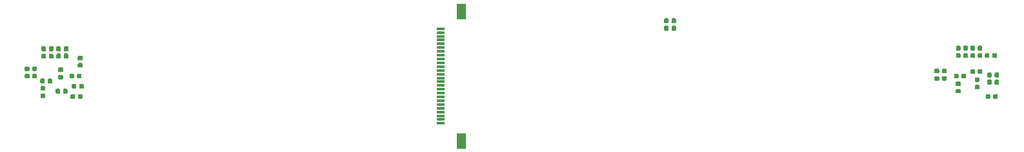
<source format=gbr>
G04 #@! TF.GenerationSoftware,KiCad,Pcbnew,5.99.0-unknown-3cd1208~100~ubuntu18.04.1*
G04 #@! TF.CreationDate,2019-09-26T13:34:42+08:00*
G04 #@! TF.ProjectId,external_camera,65787465-726e-4616-9c5f-63616d657261,rev?*
G04 #@! TF.SameCoordinates,Original*
G04 #@! TF.FileFunction,Paste,Bot*
G04 #@! TF.FilePolarity,Positive*
%FSLAX46Y46*%
G04 Gerber Fmt 4.6, Leading zero omitted, Abs format (unit mm)*
G04 Created by KiCad (PCBNEW 5.99.0-unknown-3cd1208~100~ubuntu18.04.1) date 2019-09-26 13:34:42*
%MOMM*%
%LPD*%
G04 APERTURE LIST*
%ADD10C,0.100000*%
%ADD11C,0.590000*%
%ADD12R,1.300000X2.000000*%
%ADD13R,1.000000X0.300000*%
G04 APERTURE END LIST*
D10*
G36*
X124818946Y-83386228D02*
G01*
X124866798Y-83418202D01*
X124898772Y-83466054D01*
X124910000Y-83522500D01*
X124910000Y-83867500D01*
X124898772Y-83923946D01*
X124866798Y-83971798D01*
X124818946Y-84003772D01*
X124762500Y-84015000D01*
X124467500Y-84015000D01*
X124411054Y-84003772D01*
X124363202Y-83971798D01*
X124331228Y-83923946D01*
X124320000Y-83867500D01*
X124320000Y-83522500D01*
X124331228Y-83466054D01*
X124363202Y-83418202D01*
X124411054Y-83386228D01*
X124467500Y-83375000D01*
X124762500Y-83375000D01*
X124818946Y-83386228D01*
X124818946Y-83386228D01*
G37*
D11*
X124615000Y-83695000D03*
D10*
G36*
X125788946Y-83386228D02*
G01*
X125836798Y-83418202D01*
X125868772Y-83466054D01*
X125880000Y-83522500D01*
X125880000Y-83867500D01*
X125868772Y-83923946D01*
X125836798Y-83971798D01*
X125788946Y-84003772D01*
X125732500Y-84015000D01*
X125437500Y-84015000D01*
X125381054Y-84003772D01*
X125333202Y-83971798D01*
X125301228Y-83923946D01*
X125290000Y-83867500D01*
X125290000Y-83522500D01*
X125301228Y-83466054D01*
X125333202Y-83418202D01*
X125381054Y-83386228D01*
X125437500Y-83375000D01*
X125732500Y-83375000D01*
X125788946Y-83386228D01*
X125788946Y-83386228D01*
G37*
D11*
X125585000Y-83695000D03*
D10*
G36*
X124818946Y-82386228D02*
G01*
X124866798Y-82418202D01*
X124898772Y-82466054D01*
X124910000Y-82522500D01*
X124910000Y-82867500D01*
X124898772Y-82923946D01*
X124866798Y-82971798D01*
X124818946Y-83003772D01*
X124762500Y-83015000D01*
X124467500Y-83015000D01*
X124411054Y-83003772D01*
X124363202Y-82971798D01*
X124331228Y-82923946D01*
X124320000Y-82867500D01*
X124320000Y-82522500D01*
X124331228Y-82466054D01*
X124363202Y-82418202D01*
X124411054Y-82386228D01*
X124467500Y-82375000D01*
X124762500Y-82375000D01*
X124818946Y-82386228D01*
X124818946Y-82386228D01*
G37*
D11*
X124615000Y-82695000D03*
D10*
G36*
X125788946Y-82386228D02*
G01*
X125836798Y-82418202D01*
X125868772Y-82466054D01*
X125880000Y-82522500D01*
X125880000Y-82867500D01*
X125868772Y-82923946D01*
X125836798Y-82971798D01*
X125788946Y-83003772D01*
X125732500Y-83015000D01*
X125437500Y-83015000D01*
X125381054Y-83003772D01*
X125333202Y-82971798D01*
X125301228Y-82923946D01*
X125290000Y-82867500D01*
X125290000Y-82522500D01*
X125301228Y-82466054D01*
X125333202Y-82418202D01*
X125381054Y-82386228D01*
X125437500Y-82375000D01*
X125732500Y-82375000D01*
X125788946Y-82386228D01*
X125788946Y-82386228D01*
G37*
D11*
X125585000Y-82695000D03*
D10*
G36*
X165628946Y-90181228D02*
G01*
X165676798Y-90213202D01*
X165708772Y-90261054D01*
X165720000Y-90317500D01*
X165720000Y-90612500D01*
X165708772Y-90668946D01*
X165676798Y-90716798D01*
X165628946Y-90748772D01*
X165572500Y-90760000D01*
X165227500Y-90760000D01*
X165171054Y-90748772D01*
X165123202Y-90716798D01*
X165091228Y-90668946D01*
X165080000Y-90612500D01*
X165080000Y-90317500D01*
X165091228Y-90261054D01*
X165123202Y-90213202D01*
X165171054Y-90181228D01*
X165227500Y-90170000D01*
X165572500Y-90170000D01*
X165628946Y-90181228D01*
X165628946Y-90181228D01*
G37*
D11*
X165400000Y-90465000D03*
D10*
G36*
X165628946Y-91151228D02*
G01*
X165676798Y-91183202D01*
X165708772Y-91231054D01*
X165720000Y-91287500D01*
X165720000Y-91582500D01*
X165708772Y-91638946D01*
X165676798Y-91686798D01*
X165628946Y-91718772D01*
X165572500Y-91730000D01*
X165227500Y-91730000D01*
X165171054Y-91718772D01*
X165123202Y-91686798D01*
X165091228Y-91638946D01*
X165080000Y-91582500D01*
X165080000Y-91287500D01*
X165091228Y-91231054D01*
X165123202Y-91183202D01*
X165171054Y-91151228D01*
X165227500Y-91140000D01*
X165572500Y-91140000D01*
X165628946Y-91151228D01*
X165628946Y-91151228D01*
G37*
D11*
X165400000Y-91435000D03*
D10*
G36*
X165988946Y-86991228D02*
G01*
X166036798Y-87023202D01*
X166068772Y-87071054D01*
X166080000Y-87127500D01*
X166080000Y-87472500D01*
X166068772Y-87528946D01*
X166036798Y-87576798D01*
X165988946Y-87608772D01*
X165932500Y-87620000D01*
X165637500Y-87620000D01*
X165581054Y-87608772D01*
X165533202Y-87576798D01*
X165501228Y-87528946D01*
X165490000Y-87472500D01*
X165490000Y-87127500D01*
X165501228Y-87071054D01*
X165533202Y-87023202D01*
X165581054Y-86991228D01*
X165637500Y-86980000D01*
X165932500Y-86980000D01*
X165988946Y-86991228D01*
X165988946Y-86991228D01*
G37*
D11*
X165785000Y-87300000D03*
D10*
G36*
X165018946Y-86991228D02*
G01*
X165066798Y-87023202D01*
X165098772Y-87071054D01*
X165110000Y-87127500D01*
X165110000Y-87472500D01*
X165098772Y-87528946D01*
X165066798Y-87576798D01*
X165018946Y-87608772D01*
X164962500Y-87620000D01*
X164667500Y-87620000D01*
X164611054Y-87608772D01*
X164563202Y-87576798D01*
X164531228Y-87528946D01*
X164520000Y-87472500D01*
X164520000Y-87127500D01*
X164531228Y-87071054D01*
X164563202Y-87023202D01*
X164611054Y-86991228D01*
X164667500Y-86980000D01*
X164962500Y-86980000D01*
X165018946Y-86991228D01*
X165018946Y-86991228D01*
G37*
D11*
X164815000Y-87300000D03*
D10*
G36*
X165018946Y-89091228D02*
G01*
X165066798Y-89123202D01*
X165098772Y-89171054D01*
X165110000Y-89227500D01*
X165110000Y-89572500D01*
X165098772Y-89628946D01*
X165066798Y-89676798D01*
X165018946Y-89708772D01*
X164962500Y-89720000D01*
X164667500Y-89720000D01*
X164611054Y-89708772D01*
X164563202Y-89676798D01*
X164531228Y-89628946D01*
X164520000Y-89572500D01*
X164520000Y-89227500D01*
X164531228Y-89171054D01*
X164563202Y-89123202D01*
X164611054Y-89091228D01*
X164667500Y-89080000D01*
X164962500Y-89080000D01*
X165018946Y-89091228D01*
X165018946Y-89091228D01*
G37*
D11*
X164815000Y-89400000D03*
D10*
G36*
X165988946Y-89091228D02*
G01*
X166036798Y-89123202D01*
X166068772Y-89171054D01*
X166080000Y-89227500D01*
X166080000Y-89572500D01*
X166068772Y-89628946D01*
X166036798Y-89676798D01*
X165988946Y-89708772D01*
X165932500Y-89720000D01*
X165637500Y-89720000D01*
X165581054Y-89708772D01*
X165533202Y-89676798D01*
X165501228Y-89628946D01*
X165490000Y-89572500D01*
X165490000Y-89227500D01*
X165501228Y-89171054D01*
X165533202Y-89123202D01*
X165581054Y-89091228D01*
X165637500Y-89080000D01*
X165932500Y-89080000D01*
X165988946Y-89091228D01*
X165988946Y-89091228D01*
G37*
D11*
X165785000Y-89400000D03*
D10*
G36*
X165988946Y-85991228D02*
G01*
X166036798Y-86023202D01*
X166068772Y-86071054D01*
X166080000Y-86127500D01*
X166080000Y-86472500D01*
X166068772Y-86528946D01*
X166036798Y-86576798D01*
X165988946Y-86608772D01*
X165932500Y-86620000D01*
X165637500Y-86620000D01*
X165581054Y-86608772D01*
X165533202Y-86576798D01*
X165501228Y-86528946D01*
X165490000Y-86472500D01*
X165490000Y-86127500D01*
X165501228Y-86071054D01*
X165533202Y-86023202D01*
X165581054Y-85991228D01*
X165637500Y-85980000D01*
X165932500Y-85980000D01*
X165988946Y-85991228D01*
X165988946Y-85991228D01*
G37*
D11*
X165785000Y-86300000D03*
D10*
G36*
X165018946Y-85991228D02*
G01*
X165066798Y-86023202D01*
X165098772Y-86071054D01*
X165110000Y-86127500D01*
X165110000Y-86472500D01*
X165098772Y-86528946D01*
X165066798Y-86576798D01*
X165018946Y-86608772D01*
X164962500Y-86620000D01*
X164667500Y-86620000D01*
X164611054Y-86608772D01*
X164563202Y-86576798D01*
X164531228Y-86528946D01*
X164520000Y-86472500D01*
X164520000Y-86127500D01*
X164531228Y-86071054D01*
X164563202Y-86023202D01*
X164611054Y-85991228D01*
X164667500Y-85980000D01*
X164962500Y-85980000D01*
X165018946Y-85991228D01*
X165018946Y-85991228D01*
G37*
D11*
X164815000Y-86300000D03*
D10*
G36*
X167988946Y-92391228D02*
G01*
X168036798Y-92423202D01*
X168068772Y-92471054D01*
X168080000Y-92527500D01*
X168080000Y-92872500D01*
X168068772Y-92928946D01*
X168036798Y-92976798D01*
X167988946Y-93008772D01*
X167932500Y-93020000D01*
X167637500Y-93020000D01*
X167581054Y-93008772D01*
X167533202Y-92976798D01*
X167501228Y-92928946D01*
X167490000Y-92872500D01*
X167490000Y-92527500D01*
X167501228Y-92471054D01*
X167533202Y-92423202D01*
X167581054Y-92391228D01*
X167637500Y-92380000D01*
X167932500Y-92380000D01*
X167988946Y-92391228D01*
X167988946Y-92391228D01*
G37*
D11*
X167785000Y-92700000D03*
D10*
G36*
X167018946Y-92391228D02*
G01*
X167066798Y-92423202D01*
X167098772Y-92471054D01*
X167110000Y-92527500D01*
X167110000Y-92872500D01*
X167098772Y-92928946D01*
X167066798Y-92976798D01*
X167018946Y-93008772D01*
X166962500Y-93020000D01*
X166667500Y-93020000D01*
X166611054Y-93008772D01*
X166563202Y-92976798D01*
X166531228Y-92928946D01*
X166520000Y-92872500D01*
X166520000Y-92527500D01*
X166531228Y-92471054D01*
X166563202Y-92423202D01*
X166611054Y-92391228D01*
X166667500Y-92380000D01*
X166962500Y-92380000D01*
X167018946Y-92391228D01*
X167018946Y-92391228D01*
G37*
D11*
X166815000Y-92700000D03*
D10*
G36*
X163128946Y-91701228D02*
G01*
X163176798Y-91733202D01*
X163208772Y-91781054D01*
X163220000Y-91837500D01*
X163220000Y-92132500D01*
X163208772Y-92188946D01*
X163176798Y-92236798D01*
X163128946Y-92268772D01*
X163072500Y-92280000D01*
X162727500Y-92280000D01*
X162671054Y-92268772D01*
X162623202Y-92236798D01*
X162591228Y-92188946D01*
X162580000Y-92132500D01*
X162580000Y-91837500D01*
X162591228Y-91781054D01*
X162623202Y-91733202D01*
X162671054Y-91701228D01*
X162727500Y-91690000D01*
X163072500Y-91690000D01*
X163128946Y-91701228D01*
X163128946Y-91701228D01*
G37*
D11*
X162900000Y-91985000D03*
D10*
G36*
X163128946Y-90731228D02*
G01*
X163176798Y-90763202D01*
X163208772Y-90811054D01*
X163220000Y-90867500D01*
X163220000Y-91162500D01*
X163208772Y-91218946D01*
X163176798Y-91266798D01*
X163128946Y-91298772D01*
X163072500Y-91310000D01*
X162727500Y-91310000D01*
X162671054Y-91298772D01*
X162623202Y-91266798D01*
X162591228Y-91218946D01*
X162580000Y-91162500D01*
X162580000Y-90867500D01*
X162591228Y-90811054D01*
X162623202Y-90763202D01*
X162671054Y-90731228D01*
X162727500Y-90720000D01*
X163072500Y-90720000D01*
X163128946Y-90731228D01*
X163128946Y-90731228D01*
G37*
D11*
X162900000Y-91015000D03*
D10*
G36*
X166918946Y-86991228D02*
G01*
X166966798Y-87023202D01*
X166998772Y-87071054D01*
X167010000Y-87127500D01*
X167010000Y-87472500D01*
X166998772Y-87528946D01*
X166966798Y-87576798D01*
X166918946Y-87608772D01*
X166862500Y-87620000D01*
X166567500Y-87620000D01*
X166511054Y-87608772D01*
X166463202Y-87576798D01*
X166431228Y-87528946D01*
X166420000Y-87472500D01*
X166420000Y-87127500D01*
X166431228Y-87071054D01*
X166463202Y-87023202D01*
X166511054Y-86991228D01*
X166567500Y-86980000D01*
X166862500Y-86980000D01*
X166918946Y-86991228D01*
X166918946Y-86991228D01*
G37*
D11*
X166715000Y-87300000D03*
D10*
G36*
X167888946Y-86991228D02*
G01*
X167936798Y-87023202D01*
X167968772Y-87071054D01*
X167980000Y-87127500D01*
X167980000Y-87472500D01*
X167968772Y-87528946D01*
X167936798Y-87576798D01*
X167888946Y-87608772D01*
X167832500Y-87620000D01*
X167537500Y-87620000D01*
X167481054Y-87608772D01*
X167433202Y-87576798D01*
X167401228Y-87528946D01*
X167390000Y-87472500D01*
X167390000Y-87127500D01*
X167401228Y-87071054D01*
X167433202Y-87023202D01*
X167481054Y-86991228D01*
X167537500Y-86980000D01*
X167832500Y-86980000D01*
X167888946Y-86991228D01*
X167888946Y-86991228D01*
G37*
D11*
X167685000Y-87300000D03*
D10*
G36*
X162868946Y-89691228D02*
G01*
X162916798Y-89723202D01*
X162948772Y-89771054D01*
X162960000Y-89827500D01*
X162960000Y-90172500D01*
X162948772Y-90228946D01*
X162916798Y-90276798D01*
X162868946Y-90308772D01*
X162812500Y-90320000D01*
X162517500Y-90320000D01*
X162461054Y-90308772D01*
X162413202Y-90276798D01*
X162381228Y-90228946D01*
X162370000Y-90172500D01*
X162370000Y-89827500D01*
X162381228Y-89771054D01*
X162413202Y-89723202D01*
X162461054Y-89691228D01*
X162517500Y-89680000D01*
X162812500Y-89680000D01*
X162868946Y-89691228D01*
X162868946Y-89691228D01*
G37*
D11*
X162665000Y-90000000D03*
D10*
G36*
X163838946Y-89691228D02*
G01*
X163886798Y-89723202D01*
X163918772Y-89771054D01*
X163930000Y-89827500D01*
X163930000Y-90172500D01*
X163918772Y-90228946D01*
X163886798Y-90276798D01*
X163838946Y-90308772D01*
X163782500Y-90320000D01*
X163487500Y-90320000D01*
X163431054Y-90308772D01*
X163383202Y-90276798D01*
X163351228Y-90228946D01*
X163340000Y-90172500D01*
X163340000Y-89827500D01*
X163351228Y-89771054D01*
X163383202Y-89723202D01*
X163431054Y-89691228D01*
X163487500Y-89680000D01*
X163782500Y-89680000D01*
X163838946Y-89691228D01*
X163838946Y-89691228D01*
G37*
D11*
X163635000Y-90000000D03*
D10*
G36*
X161328946Y-90016228D02*
G01*
X161376798Y-90048202D01*
X161408772Y-90096054D01*
X161420000Y-90152500D01*
X161420000Y-90447500D01*
X161408772Y-90503946D01*
X161376798Y-90551798D01*
X161328946Y-90583772D01*
X161272500Y-90595000D01*
X160927500Y-90595000D01*
X160871054Y-90583772D01*
X160823202Y-90551798D01*
X160791228Y-90503946D01*
X160780000Y-90447500D01*
X160780000Y-90152500D01*
X160791228Y-90096054D01*
X160823202Y-90048202D01*
X160871054Y-90016228D01*
X160927500Y-90005000D01*
X161272500Y-90005000D01*
X161328946Y-90016228D01*
X161328946Y-90016228D01*
G37*
D11*
X161100000Y-90300000D03*
D10*
G36*
X161328946Y-89046228D02*
G01*
X161376798Y-89078202D01*
X161408772Y-89126054D01*
X161420000Y-89182500D01*
X161420000Y-89477500D01*
X161408772Y-89533946D01*
X161376798Y-89581798D01*
X161328946Y-89613772D01*
X161272500Y-89625000D01*
X160927500Y-89625000D01*
X160871054Y-89613772D01*
X160823202Y-89581798D01*
X160791228Y-89533946D01*
X160780000Y-89477500D01*
X160780000Y-89182500D01*
X160791228Y-89126054D01*
X160823202Y-89078202D01*
X160871054Y-89046228D01*
X160927500Y-89035000D01*
X161272500Y-89035000D01*
X161328946Y-89046228D01*
X161328946Y-89046228D01*
G37*
D11*
X161100000Y-89330000D03*
D10*
G36*
X168188946Y-89536228D02*
G01*
X168236798Y-89568202D01*
X168268772Y-89616054D01*
X168280000Y-89672500D01*
X168280000Y-90017500D01*
X168268772Y-90073946D01*
X168236798Y-90121798D01*
X168188946Y-90153772D01*
X168132500Y-90165000D01*
X167837500Y-90165000D01*
X167781054Y-90153772D01*
X167733202Y-90121798D01*
X167701228Y-90073946D01*
X167690000Y-90017500D01*
X167690000Y-89672500D01*
X167701228Y-89616054D01*
X167733202Y-89568202D01*
X167781054Y-89536228D01*
X167837500Y-89525000D01*
X168132500Y-89525000D01*
X168188946Y-89536228D01*
X168188946Y-89536228D01*
G37*
D11*
X167985000Y-89845000D03*
D10*
G36*
X167218946Y-89536228D02*
G01*
X167266798Y-89568202D01*
X167298772Y-89616054D01*
X167310000Y-89672500D01*
X167310000Y-90017500D01*
X167298772Y-90073946D01*
X167266798Y-90121798D01*
X167218946Y-90153772D01*
X167162500Y-90165000D01*
X166867500Y-90165000D01*
X166811054Y-90153772D01*
X166763202Y-90121798D01*
X166731228Y-90073946D01*
X166720000Y-90017500D01*
X166720000Y-89672500D01*
X166731228Y-89616054D01*
X166763202Y-89568202D01*
X166811054Y-89536228D01*
X166867500Y-89525000D01*
X167162500Y-89525000D01*
X167218946Y-89536228D01*
X167218946Y-89536228D01*
G37*
D11*
X167015000Y-89845000D03*
D10*
G36*
X164088946Y-86991228D02*
G01*
X164136798Y-87023202D01*
X164168772Y-87071054D01*
X164180000Y-87127500D01*
X164180000Y-87472500D01*
X164168772Y-87528946D01*
X164136798Y-87576798D01*
X164088946Y-87608772D01*
X164032500Y-87620000D01*
X163737500Y-87620000D01*
X163681054Y-87608772D01*
X163633202Y-87576798D01*
X163601228Y-87528946D01*
X163590000Y-87472500D01*
X163590000Y-87127500D01*
X163601228Y-87071054D01*
X163633202Y-87023202D01*
X163681054Y-86991228D01*
X163737500Y-86980000D01*
X164032500Y-86980000D01*
X164088946Y-86991228D01*
X164088946Y-86991228D01*
G37*
D11*
X163885000Y-87300000D03*
D10*
G36*
X163118946Y-86991228D02*
G01*
X163166798Y-87023202D01*
X163198772Y-87071054D01*
X163210000Y-87127500D01*
X163210000Y-87472500D01*
X163198772Y-87528946D01*
X163166798Y-87576798D01*
X163118946Y-87608772D01*
X163062500Y-87620000D01*
X162767500Y-87620000D01*
X162711054Y-87608772D01*
X162663202Y-87576798D01*
X162631228Y-87528946D01*
X162620000Y-87472500D01*
X162620000Y-87127500D01*
X162631228Y-87071054D01*
X162663202Y-87023202D01*
X162711054Y-86991228D01*
X162767500Y-86980000D01*
X163062500Y-86980000D01*
X163118946Y-86991228D01*
X163118946Y-86991228D01*
G37*
D11*
X162915000Y-87300000D03*
D10*
G36*
X160328946Y-90016228D02*
G01*
X160376798Y-90048202D01*
X160408772Y-90096054D01*
X160420000Y-90152500D01*
X160420000Y-90447500D01*
X160408772Y-90503946D01*
X160376798Y-90551798D01*
X160328946Y-90583772D01*
X160272500Y-90595000D01*
X159927500Y-90595000D01*
X159871054Y-90583772D01*
X159823202Y-90551798D01*
X159791228Y-90503946D01*
X159780000Y-90447500D01*
X159780000Y-90152500D01*
X159791228Y-90096054D01*
X159823202Y-90048202D01*
X159871054Y-90016228D01*
X159927500Y-90005000D01*
X160272500Y-90005000D01*
X160328946Y-90016228D01*
X160328946Y-90016228D01*
G37*
D11*
X160100000Y-90300000D03*
D10*
G36*
X160328946Y-89046228D02*
G01*
X160376798Y-89078202D01*
X160408772Y-89126054D01*
X160420000Y-89182500D01*
X160420000Y-89477500D01*
X160408772Y-89533946D01*
X160376798Y-89581798D01*
X160328946Y-89613772D01*
X160272500Y-89625000D01*
X159927500Y-89625000D01*
X159871054Y-89613772D01*
X159823202Y-89581798D01*
X159791228Y-89533946D01*
X159780000Y-89477500D01*
X159780000Y-89182500D01*
X159791228Y-89126054D01*
X159823202Y-89078202D01*
X159871054Y-89046228D01*
X159927500Y-89035000D01*
X160272500Y-89035000D01*
X160328946Y-89046228D01*
X160328946Y-89046228D01*
G37*
D11*
X160100000Y-89330000D03*
D10*
G36*
X168188946Y-90486228D02*
G01*
X168236798Y-90518202D01*
X168268772Y-90566054D01*
X168280000Y-90622500D01*
X168280000Y-90967500D01*
X168268772Y-91023946D01*
X168236798Y-91071798D01*
X168188946Y-91103772D01*
X168132500Y-91115000D01*
X167837500Y-91115000D01*
X167781054Y-91103772D01*
X167733202Y-91071798D01*
X167701228Y-91023946D01*
X167690000Y-90967500D01*
X167690000Y-90622500D01*
X167701228Y-90566054D01*
X167733202Y-90518202D01*
X167781054Y-90486228D01*
X167837500Y-90475000D01*
X168132500Y-90475000D01*
X168188946Y-90486228D01*
X168188946Y-90486228D01*
G37*
D11*
X167985000Y-90795000D03*
D10*
G36*
X167218946Y-90486228D02*
G01*
X167266798Y-90518202D01*
X167298772Y-90566054D01*
X167310000Y-90622500D01*
X167310000Y-90967500D01*
X167298772Y-91023946D01*
X167266798Y-91071798D01*
X167218946Y-91103772D01*
X167162500Y-91115000D01*
X166867500Y-91115000D01*
X166811054Y-91103772D01*
X166763202Y-91071798D01*
X166731228Y-91023946D01*
X166720000Y-90967500D01*
X166720000Y-90622500D01*
X166731228Y-90566054D01*
X166763202Y-90518202D01*
X166811054Y-90486228D01*
X166867500Y-90475000D01*
X167162500Y-90475000D01*
X167218946Y-90486228D01*
X167218946Y-90486228D01*
G37*
D11*
X167015000Y-90795000D03*
D10*
G36*
X164088946Y-85991228D02*
G01*
X164136798Y-86023202D01*
X164168772Y-86071054D01*
X164180000Y-86127500D01*
X164180000Y-86472500D01*
X164168772Y-86528946D01*
X164136798Y-86576798D01*
X164088946Y-86608772D01*
X164032500Y-86620000D01*
X163737500Y-86620000D01*
X163681054Y-86608772D01*
X163633202Y-86576798D01*
X163601228Y-86528946D01*
X163590000Y-86472500D01*
X163590000Y-86127500D01*
X163601228Y-86071054D01*
X163633202Y-86023202D01*
X163681054Y-85991228D01*
X163737500Y-85980000D01*
X164032500Y-85980000D01*
X164088946Y-85991228D01*
X164088946Y-85991228D01*
G37*
D11*
X163885000Y-86300000D03*
D10*
G36*
X163118946Y-85991228D02*
G01*
X163166798Y-86023202D01*
X163198772Y-86071054D01*
X163210000Y-86127500D01*
X163210000Y-86472500D01*
X163198772Y-86528946D01*
X163166798Y-86576798D01*
X163118946Y-86608772D01*
X163062500Y-86620000D01*
X162767500Y-86620000D01*
X162711054Y-86608772D01*
X162663202Y-86576798D01*
X162631228Y-86528946D01*
X162620000Y-86472500D01*
X162620000Y-86127500D01*
X162631228Y-86071054D01*
X162663202Y-86023202D01*
X162711054Y-85991228D01*
X162767500Y-85980000D01*
X163062500Y-85980000D01*
X163118946Y-85991228D01*
X163118946Y-85991228D01*
G37*
D11*
X162915000Y-86300000D03*
D10*
G36*
X45938946Y-91691228D02*
G01*
X45986798Y-91723202D01*
X46018772Y-91771054D01*
X46030000Y-91827500D01*
X46030000Y-92172500D01*
X46018772Y-92228946D01*
X45986798Y-92276798D01*
X45938946Y-92308772D01*
X45882500Y-92320000D01*
X45587500Y-92320000D01*
X45531054Y-92308772D01*
X45483202Y-92276798D01*
X45451228Y-92228946D01*
X45440000Y-92172500D01*
X45440000Y-91827500D01*
X45451228Y-91771054D01*
X45483202Y-91723202D01*
X45531054Y-91691228D01*
X45587500Y-91680000D01*
X45882500Y-91680000D01*
X45938946Y-91691228D01*
X45938946Y-91691228D01*
G37*
D11*
X45735000Y-92000000D03*
D10*
G36*
X44968946Y-91691228D02*
G01*
X45016798Y-91723202D01*
X45048772Y-91771054D01*
X45060000Y-91827500D01*
X45060000Y-92172500D01*
X45048772Y-92228946D01*
X45016798Y-92276798D01*
X44968946Y-92308772D01*
X44912500Y-92320000D01*
X44617500Y-92320000D01*
X44561054Y-92308772D01*
X44513202Y-92276798D01*
X44481228Y-92228946D01*
X44470000Y-92172500D01*
X44470000Y-91827500D01*
X44481228Y-91771054D01*
X44513202Y-91723202D01*
X44561054Y-91691228D01*
X44617500Y-91680000D01*
X44912500Y-91680000D01*
X44968946Y-91691228D01*
X44968946Y-91691228D01*
G37*
D11*
X44765000Y-92000000D03*
D10*
G36*
X47788946Y-89691228D02*
G01*
X47836798Y-89723202D01*
X47868772Y-89771054D01*
X47880000Y-89827500D01*
X47880000Y-90172500D01*
X47868772Y-90228946D01*
X47836798Y-90276798D01*
X47788946Y-90308772D01*
X47732500Y-90320000D01*
X47437500Y-90320000D01*
X47381054Y-90308772D01*
X47333202Y-90276798D01*
X47301228Y-90228946D01*
X47290000Y-90172500D01*
X47290000Y-89827500D01*
X47301228Y-89771054D01*
X47333202Y-89723202D01*
X47381054Y-89691228D01*
X47437500Y-89680000D01*
X47732500Y-89680000D01*
X47788946Y-89691228D01*
X47788946Y-89691228D01*
G37*
D11*
X47585000Y-90000000D03*
D10*
G36*
X46818946Y-89691228D02*
G01*
X46866798Y-89723202D01*
X46898772Y-89771054D01*
X46910000Y-89827500D01*
X46910000Y-90172500D01*
X46898772Y-90228946D01*
X46866798Y-90276798D01*
X46818946Y-90308772D01*
X46762500Y-90320000D01*
X46467500Y-90320000D01*
X46411054Y-90308772D01*
X46363202Y-90276798D01*
X46331228Y-90228946D01*
X46320000Y-90172500D01*
X46320000Y-89827500D01*
X46331228Y-89771054D01*
X46363202Y-89723202D01*
X46411054Y-89691228D01*
X46467500Y-89680000D01*
X46762500Y-89680000D01*
X46818946Y-89691228D01*
X46818946Y-89691228D01*
G37*
D11*
X46615000Y-90000000D03*
D10*
G36*
X47888946Y-92391228D02*
G01*
X47936798Y-92423202D01*
X47968772Y-92471054D01*
X47980000Y-92527500D01*
X47980000Y-92872500D01*
X47968772Y-92928946D01*
X47936798Y-92976798D01*
X47888946Y-93008772D01*
X47832500Y-93020000D01*
X47537500Y-93020000D01*
X47481054Y-93008772D01*
X47433202Y-92976798D01*
X47401228Y-92928946D01*
X47390000Y-92872500D01*
X47390000Y-92527500D01*
X47401228Y-92471054D01*
X47433202Y-92423202D01*
X47481054Y-92391228D01*
X47537500Y-92380000D01*
X47832500Y-92380000D01*
X47888946Y-92391228D01*
X47888946Y-92391228D01*
G37*
D11*
X47685000Y-92700000D03*
D10*
G36*
X46918946Y-92391228D02*
G01*
X46966798Y-92423202D01*
X46998772Y-92471054D01*
X47010000Y-92527500D01*
X47010000Y-92872500D01*
X46998772Y-92928946D01*
X46966798Y-92976798D01*
X46918946Y-93008772D01*
X46862500Y-93020000D01*
X46567500Y-93020000D01*
X46511054Y-93008772D01*
X46463202Y-92976798D01*
X46431228Y-92928946D01*
X46420000Y-92872500D01*
X46420000Y-92527500D01*
X46431228Y-92471054D01*
X46463202Y-92423202D01*
X46511054Y-92391228D01*
X46567500Y-92380000D01*
X46862500Y-92380000D01*
X46918946Y-92391228D01*
X46918946Y-92391228D01*
G37*
D11*
X46715000Y-92700000D03*
D10*
G36*
X42968946Y-90341228D02*
G01*
X43016798Y-90373202D01*
X43048772Y-90421054D01*
X43060000Y-90477500D01*
X43060000Y-90822500D01*
X43048772Y-90878946D01*
X43016798Y-90926798D01*
X42968946Y-90958772D01*
X42912500Y-90970000D01*
X42617500Y-90970000D01*
X42561054Y-90958772D01*
X42513202Y-90926798D01*
X42481228Y-90878946D01*
X42470000Y-90822500D01*
X42470000Y-90477500D01*
X42481228Y-90421054D01*
X42513202Y-90373202D01*
X42561054Y-90341228D01*
X42617500Y-90330000D01*
X42912500Y-90330000D01*
X42968946Y-90341228D01*
X42968946Y-90341228D01*
G37*
D11*
X42765000Y-90650000D03*
D10*
G36*
X43938946Y-90341228D02*
G01*
X43986798Y-90373202D01*
X44018772Y-90421054D01*
X44030000Y-90477500D01*
X44030000Y-90822500D01*
X44018772Y-90878946D01*
X43986798Y-90926798D01*
X43938946Y-90958772D01*
X43882500Y-90970000D01*
X43587500Y-90970000D01*
X43531054Y-90958772D01*
X43483202Y-90926798D01*
X43451228Y-90878946D01*
X43440000Y-90822500D01*
X43440000Y-90477500D01*
X43451228Y-90421054D01*
X43483202Y-90373202D01*
X43531054Y-90341228D01*
X43587500Y-90330000D01*
X43882500Y-90330000D01*
X43938946Y-90341228D01*
X43938946Y-90341228D01*
G37*
D11*
X43735000Y-90650000D03*
D10*
G36*
X45378946Y-89851228D02*
G01*
X45426798Y-89883202D01*
X45458772Y-89931054D01*
X45470000Y-89987500D01*
X45470000Y-90282500D01*
X45458772Y-90338946D01*
X45426798Y-90386798D01*
X45378946Y-90418772D01*
X45322500Y-90430000D01*
X44977500Y-90430000D01*
X44921054Y-90418772D01*
X44873202Y-90386798D01*
X44841228Y-90338946D01*
X44830000Y-90282500D01*
X44830000Y-89987500D01*
X44841228Y-89931054D01*
X44873202Y-89883202D01*
X44921054Y-89851228D01*
X44977500Y-89840000D01*
X45322500Y-89840000D01*
X45378946Y-89851228D01*
X45378946Y-89851228D01*
G37*
D11*
X45150000Y-90135000D03*
D10*
G36*
X45378946Y-88881228D02*
G01*
X45426798Y-88913202D01*
X45458772Y-88961054D01*
X45470000Y-89017500D01*
X45470000Y-89312500D01*
X45458772Y-89368946D01*
X45426798Y-89416798D01*
X45378946Y-89448772D01*
X45322500Y-89460000D01*
X44977500Y-89460000D01*
X44921054Y-89448772D01*
X44873202Y-89416798D01*
X44841228Y-89368946D01*
X44830000Y-89312500D01*
X44830000Y-89017500D01*
X44841228Y-88961054D01*
X44873202Y-88913202D01*
X44921054Y-88881228D01*
X44977500Y-88870000D01*
X45322500Y-88870000D01*
X45378946Y-88881228D01*
X45378946Y-88881228D01*
G37*
D11*
X45150000Y-89165000D03*
D10*
G36*
X47928946Y-88301228D02*
G01*
X47976798Y-88333202D01*
X48008772Y-88381054D01*
X48020000Y-88437500D01*
X48020000Y-88732500D01*
X48008772Y-88788946D01*
X47976798Y-88836798D01*
X47928946Y-88868772D01*
X47872500Y-88880000D01*
X47527500Y-88880000D01*
X47471054Y-88868772D01*
X47423202Y-88836798D01*
X47391228Y-88788946D01*
X47380000Y-88732500D01*
X47380000Y-88437500D01*
X47391228Y-88381054D01*
X47423202Y-88333202D01*
X47471054Y-88301228D01*
X47527500Y-88290000D01*
X47872500Y-88290000D01*
X47928946Y-88301228D01*
X47928946Y-88301228D01*
G37*
D11*
X47700000Y-88585000D03*
D10*
G36*
X47928946Y-87331228D02*
G01*
X47976798Y-87363202D01*
X48008772Y-87411054D01*
X48020000Y-87467500D01*
X48020000Y-87762500D01*
X48008772Y-87818946D01*
X47976798Y-87866798D01*
X47928946Y-87898772D01*
X47872500Y-87910000D01*
X47527500Y-87910000D01*
X47471054Y-87898772D01*
X47423202Y-87866798D01*
X47391228Y-87818946D01*
X47380000Y-87762500D01*
X47380000Y-87467500D01*
X47391228Y-87411054D01*
X47423202Y-87363202D01*
X47471054Y-87331228D01*
X47527500Y-87320000D01*
X47872500Y-87320000D01*
X47928946Y-87331228D01*
X47928946Y-87331228D01*
G37*
D11*
X47700000Y-87615000D03*
D10*
G36*
X46038946Y-87041228D02*
G01*
X46086798Y-87073202D01*
X46118772Y-87121054D01*
X46130000Y-87177500D01*
X46130000Y-87522500D01*
X46118772Y-87578946D01*
X46086798Y-87626798D01*
X46038946Y-87658772D01*
X45982500Y-87670000D01*
X45687500Y-87670000D01*
X45631054Y-87658772D01*
X45583202Y-87626798D01*
X45551228Y-87578946D01*
X45540000Y-87522500D01*
X45540000Y-87177500D01*
X45551228Y-87121054D01*
X45583202Y-87073202D01*
X45631054Y-87041228D01*
X45687500Y-87030000D01*
X45982500Y-87030000D01*
X46038946Y-87041228D01*
X46038946Y-87041228D01*
G37*
D11*
X45835000Y-87350000D03*
D10*
G36*
X45068946Y-87041228D02*
G01*
X45116798Y-87073202D01*
X45148772Y-87121054D01*
X45160000Y-87177500D01*
X45160000Y-87522500D01*
X45148772Y-87578946D01*
X45116798Y-87626798D01*
X45068946Y-87658772D01*
X45012500Y-87670000D01*
X44717500Y-87670000D01*
X44661054Y-87658772D01*
X44613202Y-87626798D01*
X44581228Y-87578946D01*
X44570000Y-87522500D01*
X44570000Y-87177500D01*
X44581228Y-87121054D01*
X44613202Y-87073202D01*
X44661054Y-87041228D01*
X44717500Y-87030000D01*
X45012500Y-87030000D01*
X45068946Y-87041228D01*
X45068946Y-87041228D01*
G37*
D11*
X44865000Y-87350000D03*
D10*
G36*
X41928946Y-89716228D02*
G01*
X41976798Y-89748202D01*
X42008772Y-89796054D01*
X42020000Y-89852500D01*
X42020000Y-90147500D01*
X42008772Y-90203946D01*
X41976798Y-90251798D01*
X41928946Y-90283772D01*
X41872500Y-90295000D01*
X41527500Y-90295000D01*
X41471054Y-90283772D01*
X41423202Y-90251798D01*
X41391228Y-90203946D01*
X41380000Y-90147500D01*
X41380000Y-89852500D01*
X41391228Y-89796054D01*
X41423202Y-89748202D01*
X41471054Y-89716228D01*
X41527500Y-89705000D01*
X41872500Y-89705000D01*
X41928946Y-89716228D01*
X41928946Y-89716228D01*
G37*
D11*
X41700000Y-90000000D03*
D10*
G36*
X41928946Y-88746228D02*
G01*
X41976798Y-88778202D01*
X42008772Y-88826054D01*
X42020000Y-88882500D01*
X42020000Y-89177500D01*
X42008772Y-89233946D01*
X41976798Y-89281798D01*
X41928946Y-89313772D01*
X41872500Y-89325000D01*
X41527500Y-89325000D01*
X41471054Y-89313772D01*
X41423202Y-89281798D01*
X41391228Y-89233946D01*
X41380000Y-89177500D01*
X41380000Y-88882500D01*
X41391228Y-88826054D01*
X41423202Y-88778202D01*
X41471054Y-88746228D01*
X41527500Y-88735000D01*
X41872500Y-88735000D01*
X41928946Y-88746228D01*
X41928946Y-88746228D01*
G37*
D11*
X41700000Y-89030000D03*
D10*
G36*
X48088946Y-91041228D02*
G01*
X48136798Y-91073202D01*
X48168772Y-91121054D01*
X48180000Y-91177500D01*
X48180000Y-91522500D01*
X48168772Y-91578946D01*
X48136798Y-91626798D01*
X48088946Y-91658772D01*
X48032500Y-91670000D01*
X47737500Y-91670000D01*
X47681054Y-91658772D01*
X47633202Y-91626798D01*
X47601228Y-91578946D01*
X47590000Y-91522500D01*
X47590000Y-91177500D01*
X47601228Y-91121054D01*
X47633202Y-91073202D01*
X47681054Y-91041228D01*
X47737500Y-91030000D01*
X48032500Y-91030000D01*
X48088946Y-91041228D01*
X48088946Y-91041228D01*
G37*
D11*
X47885000Y-91350000D03*
D10*
G36*
X47118946Y-91041228D02*
G01*
X47166798Y-91073202D01*
X47198772Y-91121054D01*
X47210000Y-91177500D01*
X47210000Y-91522500D01*
X47198772Y-91578946D01*
X47166798Y-91626798D01*
X47118946Y-91658772D01*
X47062500Y-91670000D01*
X46767500Y-91670000D01*
X46711054Y-91658772D01*
X46663202Y-91626798D01*
X46631228Y-91578946D01*
X46620000Y-91522500D01*
X46620000Y-91177500D01*
X46631228Y-91121054D01*
X46663202Y-91073202D01*
X46711054Y-91041228D01*
X46767500Y-91030000D01*
X47062500Y-91030000D01*
X47118946Y-91041228D01*
X47118946Y-91041228D01*
G37*
D11*
X46915000Y-91350000D03*
D10*
G36*
X44088946Y-87051228D02*
G01*
X44136798Y-87083202D01*
X44168772Y-87131054D01*
X44180000Y-87187500D01*
X44180000Y-87532500D01*
X44168772Y-87588946D01*
X44136798Y-87636798D01*
X44088946Y-87668772D01*
X44032500Y-87680000D01*
X43737500Y-87680000D01*
X43681054Y-87668772D01*
X43633202Y-87636798D01*
X43601228Y-87588946D01*
X43590000Y-87532500D01*
X43590000Y-87187500D01*
X43601228Y-87131054D01*
X43633202Y-87083202D01*
X43681054Y-87051228D01*
X43737500Y-87040000D01*
X44032500Y-87040000D01*
X44088946Y-87051228D01*
X44088946Y-87051228D01*
G37*
D11*
X43885000Y-87360000D03*
D10*
G36*
X43118946Y-87051228D02*
G01*
X43166798Y-87083202D01*
X43198772Y-87131054D01*
X43210000Y-87187500D01*
X43210000Y-87532500D01*
X43198772Y-87588946D01*
X43166798Y-87636798D01*
X43118946Y-87668772D01*
X43062500Y-87680000D01*
X42767500Y-87680000D01*
X42711054Y-87668772D01*
X42663202Y-87636798D01*
X42631228Y-87588946D01*
X42620000Y-87532500D01*
X42620000Y-87187500D01*
X42631228Y-87131054D01*
X42663202Y-87083202D01*
X42711054Y-87051228D01*
X42767500Y-87040000D01*
X43062500Y-87040000D01*
X43118946Y-87051228D01*
X43118946Y-87051228D01*
G37*
D11*
X42915000Y-87360000D03*
D10*
G36*
X46038946Y-86091228D02*
G01*
X46086798Y-86123202D01*
X46118772Y-86171054D01*
X46130000Y-86227500D01*
X46130000Y-86572500D01*
X46118772Y-86628946D01*
X46086798Y-86676798D01*
X46038946Y-86708772D01*
X45982500Y-86720000D01*
X45687500Y-86720000D01*
X45631054Y-86708772D01*
X45583202Y-86676798D01*
X45551228Y-86628946D01*
X45540000Y-86572500D01*
X45540000Y-86227500D01*
X45551228Y-86171054D01*
X45583202Y-86123202D01*
X45631054Y-86091228D01*
X45687500Y-86080000D01*
X45982500Y-86080000D01*
X46038946Y-86091228D01*
X46038946Y-86091228D01*
G37*
D11*
X45835000Y-86400000D03*
D10*
G36*
X45068946Y-86091228D02*
G01*
X45116798Y-86123202D01*
X45148772Y-86171054D01*
X45160000Y-86227500D01*
X45160000Y-86572500D01*
X45148772Y-86628946D01*
X45116798Y-86676798D01*
X45068946Y-86708772D01*
X45012500Y-86720000D01*
X44717500Y-86720000D01*
X44661054Y-86708772D01*
X44613202Y-86676798D01*
X44581228Y-86628946D01*
X44570000Y-86572500D01*
X44570000Y-86227500D01*
X44581228Y-86171054D01*
X44613202Y-86123202D01*
X44661054Y-86091228D01*
X44717500Y-86080000D01*
X45012500Y-86080000D01*
X45068946Y-86091228D01*
X45068946Y-86091228D01*
G37*
D11*
X44865000Y-86400000D03*
D10*
G36*
X40978946Y-89716230D02*
G01*
X41026798Y-89748204D01*
X41058772Y-89796056D01*
X41070000Y-89852502D01*
X41070000Y-90147502D01*
X41058772Y-90203948D01*
X41026798Y-90251800D01*
X40978946Y-90283774D01*
X40922500Y-90295002D01*
X40577500Y-90295002D01*
X40521054Y-90283774D01*
X40473202Y-90251800D01*
X40441228Y-90203948D01*
X40430000Y-90147502D01*
X40430000Y-89852502D01*
X40441228Y-89796056D01*
X40473202Y-89748204D01*
X40521054Y-89716230D01*
X40577500Y-89705002D01*
X40922500Y-89705002D01*
X40978946Y-89716230D01*
X40978946Y-89716230D01*
G37*
D11*
X40750000Y-90000002D03*
D10*
G36*
X40978946Y-88746230D02*
G01*
X41026798Y-88778204D01*
X41058772Y-88826056D01*
X41070000Y-88882502D01*
X41070000Y-89177502D01*
X41058772Y-89233948D01*
X41026798Y-89281800D01*
X40978946Y-89313774D01*
X40922500Y-89325002D01*
X40577500Y-89325002D01*
X40521054Y-89313774D01*
X40473202Y-89281800D01*
X40441228Y-89233948D01*
X40430000Y-89177502D01*
X40430000Y-88882502D01*
X40441228Y-88826056D01*
X40473202Y-88778204D01*
X40521054Y-88746230D01*
X40577500Y-88735002D01*
X40922500Y-88735002D01*
X40978946Y-88746230D01*
X40978946Y-88746230D01*
G37*
D11*
X40750000Y-89030002D03*
D10*
G36*
X43028946Y-92301228D02*
G01*
X43076798Y-92333202D01*
X43108772Y-92381054D01*
X43120000Y-92437500D01*
X43120000Y-92732500D01*
X43108772Y-92788946D01*
X43076798Y-92836798D01*
X43028946Y-92868772D01*
X42972500Y-92880000D01*
X42627500Y-92880000D01*
X42571054Y-92868772D01*
X42523202Y-92836798D01*
X42491228Y-92788946D01*
X42480000Y-92732500D01*
X42480000Y-92437500D01*
X42491228Y-92381054D01*
X42523202Y-92333202D01*
X42571054Y-92301228D01*
X42627500Y-92290000D01*
X42972500Y-92290000D01*
X43028946Y-92301228D01*
X43028946Y-92301228D01*
G37*
D11*
X42800000Y-92585000D03*
D10*
G36*
X43028946Y-91331228D02*
G01*
X43076798Y-91363202D01*
X43108772Y-91411054D01*
X43120000Y-91467500D01*
X43120000Y-91762500D01*
X43108772Y-91818946D01*
X43076798Y-91866798D01*
X43028946Y-91898772D01*
X42972500Y-91910000D01*
X42627500Y-91910000D01*
X42571054Y-91898772D01*
X42523202Y-91866798D01*
X42491228Y-91818946D01*
X42480000Y-91762500D01*
X42480000Y-91467500D01*
X42491228Y-91411054D01*
X42523202Y-91363202D01*
X42571054Y-91331228D01*
X42627500Y-91320000D01*
X42972500Y-91320000D01*
X43028946Y-91331228D01*
X43028946Y-91331228D01*
G37*
D11*
X42800000Y-91615000D03*
D10*
G36*
X44088946Y-86091228D02*
G01*
X44136798Y-86123202D01*
X44168772Y-86171054D01*
X44180000Y-86227500D01*
X44180000Y-86572500D01*
X44168772Y-86628946D01*
X44136798Y-86676798D01*
X44088946Y-86708772D01*
X44032500Y-86720000D01*
X43737500Y-86720000D01*
X43681054Y-86708772D01*
X43633202Y-86676798D01*
X43601228Y-86628946D01*
X43590000Y-86572500D01*
X43590000Y-86227500D01*
X43601228Y-86171054D01*
X43633202Y-86123202D01*
X43681054Y-86091228D01*
X43737500Y-86080000D01*
X44032500Y-86080000D01*
X44088946Y-86091228D01*
X44088946Y-86091228D01*
G37*
D11*
X43885000Y-86400000D03*
D10*
G36*
X43118946Y-86091228D02*
G01*
X43166798Y-86123202D01*
X43198772Y-86171054D01*
X43210000Y-86227500D01*
X43210000Y-86572500D01*
X43198772Y-86628946D01*
X43166798Y-86676798D01*
X43118946Y-86708772D01*
X43062500Y-86720000D01*
X42767500Y-86720000D01*
X42711054Y-86708772D01*
X42663202Y-86676798D01*
X42631228Y-86628946D01*
X42620000Y-86572500D01*
X42620000Y-86227500D01*
X42631228Y-86171054D01*
X42663202Y-86123202D01*
X42711054Y-86091228D01*
X42767500Y-86080000D01*
X43062500Y-86080000D01*
X43118946Y-86091228D01*
X43118946Y-86091228D01*
G37*
D11*
X42915000Y-86400000D03*
D12*
X97700000Y-98550000D03*
X97700000Y-81450000D03*
D13*
X95000000Y-96250000D03*
X95000000Y-95750000D03*
X95000000Y-95250000D03*
X95000000Y-94750000D03*
X95000000Y-94250000D03*
X95000000Y-93750000D03*
X95000000Y-93250000D03*
X95000000Y-92750000D03*
X95000000Y-92250000D03*
X95000000Y-91750000D03*
X95000000Y-91250000D03*
X95000000Y-90750000D03*
X95000000Y-90250000D03*
X95000000Y-89750000D03*
X95000000Y-89250000D03*
X95000000Y-88750000D03*
X95000000Y-88250000D03*
X95000000Y-87750000D03*
X95000000Y-87250000D03*
X95000000Y-86750000D03*
X95000000Y-86250000D03*
X95000000Y-85750000D03*
X95000000Y-85250000D03*
X95000000Y-84750000D03*
X95000000Y-84250000D03*
X95000000Y-83750000D03*
M02*

</source>
